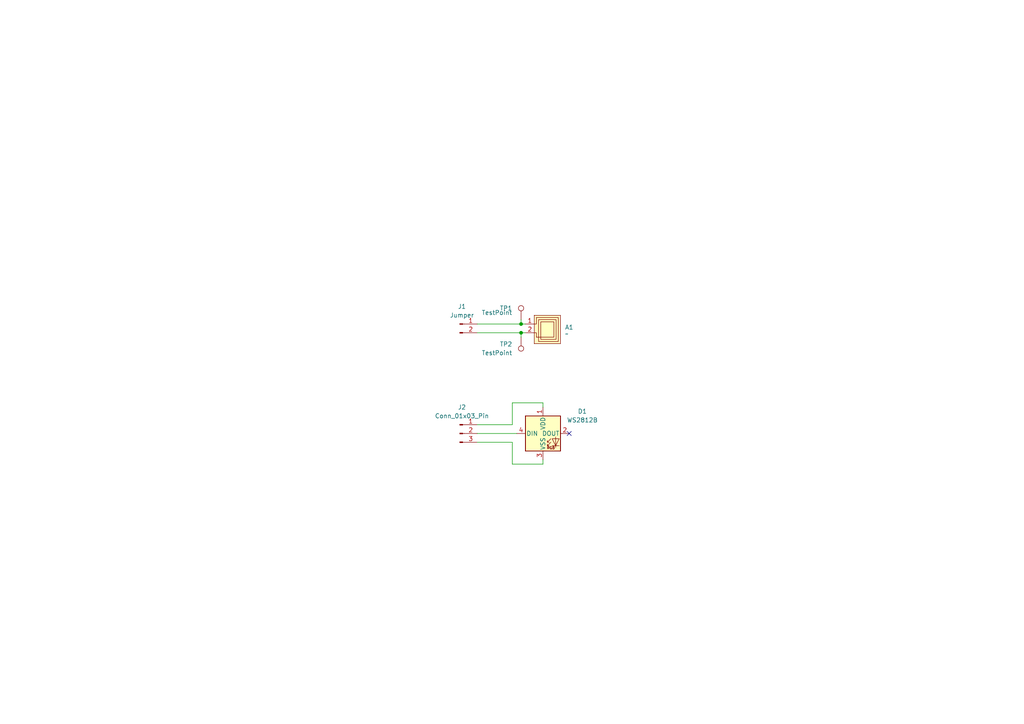
<source format=kicad_sch>
(kicad_sch (version 20250114) (generator "eeschema") (generator_version "9.0")
  (paper "A4")
  (lib_symbols
    (symbol "Connector:Conn_01x02_Pin" (pin_names (offset 1.016) (hide yes))
      (property "Reference" "J" (at 0 2.54 0))
      (property "Value" "Conn_01x02_Pin" (at 0 -5.08 0))
      (symbol "Conn_01x02_Pin_1_1"
        (rectangle (start 0.8636 0.127) (end 0 -0.127) (stroke (width 0.1524)) (fill (type outline)))
        (rectangle (start 0.8636 -2.413) (end 0 -2.667) (stroke (width 0.1524)) (fill (type outline)))
        (polyline (pts (xy 1.27 0) (xy 0.8636 0)) (stroke (width 0.1524)))
        (polyline (pts (xy 1.27 -2.54) (xy 0.8636 -2.54)) (stroke (width 0.1524)))
        (pin passive line (at 5.08 0 180) (length 3.81) (name "Pin_1") (number "1"))
        (pin passive line (at 5.08 -2.54 180) (length 3.81) (name "Pin_2") (number "2"))
      )
    )
    (symbol "Connector:Conn_01x03_Pin" (pin_names (offset 1.016) (hide yes))
      (property "Reference" "J" (at 0 5.08 0))
      (property "Value" "Conn_01x03_Pin" (at 0 -5.08 0))
      (symbol "Conn_01x03_Pin_1_1"
        (rectangle (start 0.8636 2.667) (end 0 2.413) (stroke (width 0.1524)) (fill (type outline)))
        (rectangle (start 0.8636 0.127) (end 0 -0.127) (stroke (width 0.1524)) (fill (type outline)))
        (rectangle (start 0.8636 -2.413) (end 0 -2.667) (stroke (width 0.1524)) (fill (type outline)))
        (polyline (pts (xy 1.27 2.54) (xy 0.8636 2.54)) (stroke (width 0.1524)))
        (polyline (pts (xy 1.27 0) (xy 0.8636 0)) (stroke (width 0.1524)))
        (polyline (pts (xy 1.27 -2.54) (xy 0.8636 -2.54)) (stroke (width 0.1524)))
        (pin passive line (at 5.08 2.54 180) (length 3.81) (name "Pin_1") (number "1"))
        (pin passive line (at 5.08 0 180) (length 3.81) (name "Pin_2") (number "2"))
        (pin passive line (at 5.08 -2.54 180) (length 3.81) (name "Pin_3") (number "3"))
      )
    )
    (symbol "Connector:TestPoint" (pin_numbers (hide yes)) (pin_names (offset 0.762) (hide yes))
      (property "Reference" "TP" (at 0 6.858 0))
      (property "Value" "TestPoint" (at 0 5.08 0))
      (symbol "TestPoint_0_1"
        (circle (center 0 3.302) (radius 0.762))
      )
      (symbol "TestPoint_1_1"
        (pin passive line (at 0 0 90) (length 2.54) (name "1") (number "1"))
      )
    )
    (symbol "LED:WS2812B" (pin_names (offset 0.254))
      (property "Reference" "D" (at 5.08 5.715 0))
      (property "Value" "WS2812B" (at 1.27 -5.715 0))
      (symbol "WS2812B_0_0"
        (text "RGB" (at 2.286 -4.191 0) (effects (font (size 0.762 0.762))))
      )
      (symbol "WS2812B_0_1"
        (polyline (pts (xy 1.27 -2.54) (xy 1.778 -2.54)))
        (polyline (pts (xy 1.27 -3.556) (xy 1.778 -3.556)))
        (polyline (pts (xy 2.286 -1.524) (xy 1.27 -2.54) (xy 1.27 -2.032)))
        (polyline (pts (xy 2.286 -2.54) (xy 1.27 -3.556) (xy 1.27 -3.048)))
        (polyline (pts (xy 3.683 -1.016) (xy 3.683 -3.556) (xy 3.683 -4.064)))
        (polyline (pts (xy 4.699 -1.524) (xy 2.667 -1.524) (xy 3.683 -3.556) (xy 4.699 -1.524)))
        (polyline (pts (xy 4.699 -3.556) (xy 2.667 -3.556)))
        (rectangle (start 5.08 5.08) (end -5.08 -5.08) (stroke (width 0.254)) (fill (type background)))
      )
      (symbol "WS2812B_1_1"
        (pin input line (at -7.62 0 0) (length 2.54) (name "DIN") (number "4"))
        (pin power_in line (at 0 7.62 270) (length 2.54) (name "VDD") (number "1"))
        (pin power_in line (at 0 -7.62 90) (length 2.54) (name "VSS") (number "3"))
        (pin output line (at 7.62 0 180) (length 2.54) (name "DOUT") (number "2"))
      )
    )
    (symbol "heimdall_symbols:antenna_50x80"
      (property "Reference" "A" (at 0 5.842 0))
      (symbol "antenna_50x80_0_1"
        (polyline (pts (xy 0.635 -2.54) (xy 0.635 -1.27) (xy 0 -1.27)))
      )
      (symbol "antenna_50x80_1_1"
        (rectangle (start 0 3.81) (end 7.62 -4.445) (fill (type background)))
        (polyline (pts (xy 0 1.27) (xy 0.635 1.27) (xy 0.635 3.175) (xy 6.985 3.175) (xy 6.985 -3.81) (xy 1.27 -3.81) (xy 1.27 2.54) (xy 6.35 2.54) (xy 6.35 -3.175) (xy 1.905 -3.175) (xy 1.905 1.905) (xy 5.715 1.905) (xy 5.715 -2.54) (xy 0.635 -2.54)))
        (pin input line (at -2.54 1.27 0) (length 2.54) (name "") (number "1"))
        (pin input line (at -2.54 -1.27 0) (length 2.54) (name "") (number "2"))
      )
    )
  )
  (junction (at 151.13 93.98))
  (junction (at 151.13 96.52))
  (no_connect (at 165.1 125.73))
  (wire (pts (xy 138.43 123.19) (xy 148.59 123.19)))
  (wire (pts (xy 148.59 116.84) (xy 157.48 116.84)))
  (wire (pts (xy 157.48 116.84) (xy 157.48 118.11)))
  (wire (pts (xy 148.59 128.27) (xy 148.59 134.62)))
  (wire (pts (xy 138.43 125.73) (xy 149.86 125.73)))
  (wire (pts (xy 148.59 134.62) (xy 157.48 134.62)))
  (wire (pts (xy 138.43 93.98) (xy 151.13 93.98)))
  (wire (pts (xy 138.43 128.27) (xy 148.59 128.27)))
  (wire (pts (xy 152.4 96.52) (xy 151.13 96.52)))
  (wire (pts (xy 157.48 134.62) (xy 157.48 133.35)))
  (wire (pts (xy 152.4 93.98) (xy 151.13 93.98)))
  (wire (pts (xy 151.13 96.52) (xy 151.13 97.79)))
  (wire (pts (xy 148.59 123.19) (xy 148.59 116.84)))
  (wire (pts (xy 138.43 96.52) (xy 151.13 96.52)))
  (wire (pts (xy 151.13 92.71) (xy 151.13 93.98)))
  (symbol (lib_id "Connector:Conn_01x03_Pin") (at 133.35 125.73 0) (unit 1)
    (property "Reference" "J2" (at 133.985 118.11 0))
    (property "Value" "Conn_01x03_Pin" (at 133.985 120.65 0))
    (property "Footprint" "Connector_PinHeader_2.54mm:PinHeader_1x03_P2.54mm_Vertical" (effects (hide yes)))
    (property "Description" "Generic connector, single row, 01x03, script generated" (effects (hide yes)))
  )
  (symbol (lib_id "Connector:Conn_01x02_Pin") (at 133.35 93.98 0) (unit 1)
    (property "Reference" "J1" (at 133.985 88.9 0))
    (property "Value" "Jumper" (at 133.985 91.44 0))
    (property "Footprint" "Connector_PinHeader_2.54mm:PinHeader_1x02_P2.54mm_Vertical" (effects (hide yes)))
    (property "Description" "Generic connector, single row, 01x02, script generated" (effects (hide yes)))
  )
  (symbol (lib_id "LED:WS2812B") (at 157.48 125.73 0) (unit 1)
    (property "Reference" "D1" (at 168.91 119.3098 0))
    (property "Value" "WS2812B" (at 168.91 121.8498 0))
    (property "Footprint" "LED_SMD:LED_WS2812B_PLCC4_5.0x5.0mm_P3.2mm" (effects (hide yes)))
    (property "Datasheet" "https://cdn-shop.adafruit.com/datasheets/WS2812B.pdf" (effects (hide yes)))
    (property "Description" "RGB LED with integrated controller" (effects (hide yes)))
  )
  (symbol (lib_id "heimdall_symbols:antenna_50x80") (at 154.94 95.25 0) (unit 1)
    (property "Reference" "A1" (at 163.83 94.9324 0) (effects (justify left)))
    (property "Value" "~" (at 163.83 96.8375 0) (effects (justify left)))
    (property "Footprint" "Heimdall:Anetnna_50x80" (effects (hide yes)))
  )
  (symbol (lib_id "Connector:TestPoint") (at 151.13 92.71 0) (mirror y) (unit 1)
    (property "Reference" "TP1" (at 148.59 89.4079 0) (effects (justify left)))
    (property "Value" "TestPoint" (at 148.59 90.6779 0) (effects (justify left)))
    (property "Footprint" "TestPoint:TestPoint_Pad_D1.5mm" (effects (hide yes)))
    (property "Description" "test point" (effects (hide yes)))
  )
  (symbol (lib_id "Connector:TestPoint") (at 151.13 97.79 0) (mirror x) (unit 1)
    (property "Reference" "TP2" (at 148.59 99.8219 0) (effects (justify right)))
    (property "Value" "TestPoint" (at 148.59 102.3619 0) (effects (justify right)))
    (property "Footprint" "TestPoint:TestPoint_Pad_D1.5mm" (effects (hide yes)))
    (property "Description" "test point" (effects (hide yes)))
  )
)
</source>
